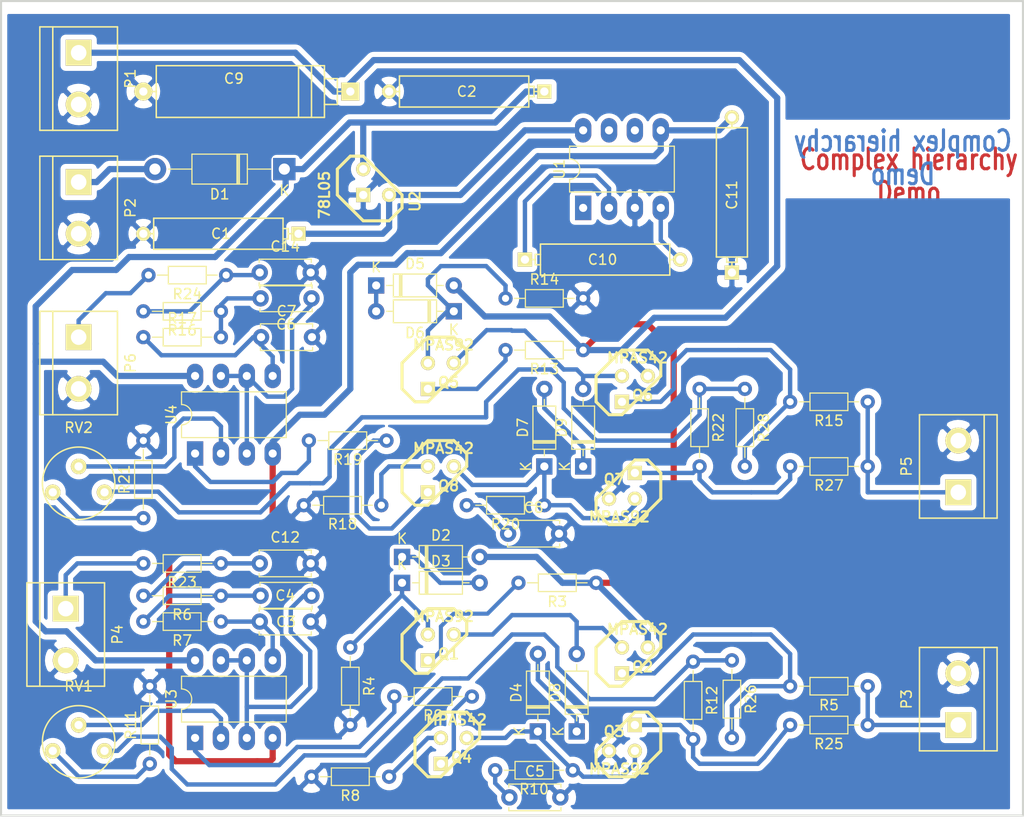
<source format=kicad_pcb>
(kicad_pcb (version 20171130) (host pcbnew "(2018-01-12 revision d8e38d6)-master")
  (title_block (title Actionneur_piezo) (company "Kicad devs") (comment 1 Demo))
  (layers (0 Composant power) (31 Cuivre signal) (34 B.Paste user) (35 F.Paste user) (36 B.SilkS user) (37 F.SilkS user) (38 B.Mask user) (39 F.Mask user) (44 Edge.Cuts user))
  (net 0 "")
  (net 1 -VAA)
  (net 2 /12Vext)
  (net 3 /ampli_ht_horizontal/PIEZO_IN)
  (net 4 /ampli_ht_horizontal/PIEZO_OUT)
  (net 5 /ampli_ht_horizontal/S_OUT+)
  (net 6 /ampli_ht_horizontal/Vpil_0_3,3V)
  (net 7 /ampli_ht_vertical/PIEZO_IN)
  (net 8 /ampli_ht_vertical/PIEZO_OUT)
  (net 9 /ampli_ht_vertical/S_OUT+)
  (net 10 /ampli_ht_vertical/Vpil_0_3,3V)
  (net 11 GND)
  (net 12 HT)
  (net 13 "Net-(C10-Pad1)")
  (net 14 "Net-(C10-Pad2)")
  (net 15 "Net-(C12-Pad1)")
  (net 16 "Net-(C14-Pad1)")
  (net 17 "Net-(C3-Pad2)")
  (net 18 "Net-(C4-Pad1)")
  (net 19 "Net-(C5-Pad1)")
  (net 20 "Net-(C6-Pad2)")
  (net 21 "Net-(C7-Pad1)")
  (net 22 "Net-(C8-Pad1)")
  (net 23 "Net-(D4-Pad1)")
  (net 24 "Net-(D4-Pad2)")
  (net 25 "Net-(D7-Pad1)")
  (net 26 "Net-(D7-Pad2)")
  (net 27 "Net-(Q1-PadE)")
  (net 28 "Net-(Q2-PadE)")
  (net 29 "Net-(Q3-PadE)")
  (net 30 "Net-(Q4-PadB)")
  (net 31 "Net-(Q4-PadE)")
  (net 32 "Net-(Q5-PadE)")
  (net 33 "Net-(Q6-PadE)")
  (net 34 "Net-(Q7-PadE)")
  (net 35 "Net-(Q8-PadB)")
  (net 36 "Net-(Q8-PadE)")
  (net 37 "Net-(R11-Pad1)")
  (net 38 "Net-(R19-Pad2)")
  (net 39 "Net-(R21-Pad1)")
  (net 40 "Net-(R9-Pad2)")
  (net 41 "Net-(RV1-Pad2)")
  (net 42 "Net-(RV2-Pad2)")
  (net 43 VCC)
  (net 44 "Net-(U1-Pad6)")
  (net 45 "Net-(U1-Pad7)")
  (net 46 "Net-(D2-Pad1)")
  (net 47 "Net-(D3-Pad1)")
  (net 48 "Net-(D5-Pad1)")
  (net 49 "Net-(D6-Pad1)")
  (net 50 "Net-(D8-Pad2)")
  (net 51 "Net-(D9-Pad2)")
  (net 52 +12C)
  (module Diode_THT:D_DO-35_SOD27_P7.62mm_Horizontal (layer Composant) (at 145.415 97.536 90)
    (fp_text reference D9 (at 3.81 -2.12 90) (layer F.SilkS))
    (fp_text value 1N4148)
    (fp_text user K (at 0 -1.8 90) (layer F.SilkS))
    (pad 2 thru_hole oval (at 7.62 0 90) (size 1.6 1.6) (drill 0.8) (layers *.Cu *.Mask) (net 51 "Net-(D9-Pad2)"))
    (pad 1 thru_hole rect (at 0 0 90) (size 1.6 1.6) (drill 0.8) (layers *.Cu *.Mask) (net 26 "Net-(D7-Pad2)"))
  )
  (module Diode_THT:D_DO-35_SOD27_P7.62mm_Horizontal (layer Composant) (at 140.97 123.571 90)
    (fp_text reference D4 (at 3.81 -2.12 90) (layer F.SilkS))
    (fp_text value 1N4148)
    (fp_text user K (at 0 -1.8 90) (layer F.SilkS))
    (pad 1 thru_hole rect (at 0 0 90) (size 1.6 1.6) (drill 0.8) (layers *.Cu *.Mask) (net 23 "Net-(D4-Pad1)"))
    (pad 2 thru_hole oval (at 7.62 0 90) (size 1.6 1.6) (drill 0.8) (layers *.Cu *.Mask) (net 24 "Net-(D4-Pad2)"))
  )
  (module Diode_THT:D_DO-35_SOD27_P7.62mm_Horizontal (layer Composant) (at 132.715 82.296 180)
    (fp_text reference D6 (at 3.81 -2.12 180) (layer F.SilkS))
    (fp_text value 1N4148)
    (fp_text user K (at 0 -1.8 180) (layer F.SilkS))
    (pad 2 thru_hole oval (at 7.62 0 180) (size 1.6 1.6) (drill 0.8) (layers *.Cu *.Mask) (net 48 "Net-(D5-Pad1)"))
    (pad 1 thru_hole rect (at 0 0 180) (size 1.6 1.6) (drill 0.8) (layers *.Cu *.Mask) (net 49 "Net-(D6-Pad1)"))
  )
  (module Diode_THT:D_DO-35_SOD27_P7.62mm_Horizontal (layer Composant) (at 141.605 97.536 90)
    (fp_text reference D7 (at 3.81 -2.12 90) (layer F.SilkS))
    (fp_text value 1N4148)
    (fp_text user K (at 0 -1.8 90) (layer F.SilkS))
    (pad 1 thru_hole rect (at 0 0 90) (size 1.6 1.6) (drill 0.8) (layers *.Cu *.Mask) (net 25 "Net-(D7-Pad1)"))
    (pad 2 thru_hole oval (at 7.62 0 90) (size 1.6 1.6) (drill 0.8) (layers *.Cu *.Mask) (net 26 "Net-(D7-Pad2)"))
  )
  (module Diode_THT:D_DO-35_SOD27_P7.62mm_Horizontal (layer Composant) (at 127.635 108.966)
    (fp_text reference D3 (at 3.81 -2.12) (layer F.SilkS))
    (fp_text value 1N4148)
    (fp_text user K (at 0 -1.8) (layer F.SilkS))
    (pad 2 thru_hole oval (at 7.62 0) (size 1.6 1.6) (drill 0.8) (layers *.Cu *.Mask) (net 46 "Net-(D2-Pad1)"))
    (pad 1 thru_hole rect (at 0 0) (size 1.6 1.6) (drill 0.8) (layers *.Cu *.Mask) (net 47 "Net-(D3-Pad1)"))
  )
  (module Diode_THT:D_DO-35_SOD27_P7.62mm_Horizontal (layer Composant) (at 127.635 106.426)
    (fp_text reference D2 (at 3.81 -2.12) (layer F.SilkS))
    (fp_text value 1N4148)
    (fp_text user K (at 0 -1.8) (layer F.SilkS))
    (pad 1 thru_hole rect (at 0 0) (size 1.6 1.6) (drill 0.8) (layers *.Cu *.Mask) (net 46 "Net-(D2-Pad1)"))
    (pad 2 thru_hole oval (at 7.62 0) (size 1.6 1.6) (drill 0.8) (layers *.Cu *.Mask) (net 12 HT))
  )
  (module Diode_THT:D_DO-35_SOD27_P7.62mm_Horizontal (layer Composant) (at 144.78 123.571 90)
    (fp_text reference D8 (at 3.81 -2.12 90) (layer F.SilkS))
    (fp_text value 1N4148)
    (fp_text user K (at 0 -1.8 90) (layer F.SilkS))
    (pad 2 thru_hole oval (at 7.62 0 90) (size 1.6 1.6) (drill 0.8) (layers *.Cu *.Mask) (net 50 "Net-(D8-Pad2)"))
    (pad 1 thru_hole rect (at 0 0 90) (size 1.6 1.6) (drill 0.8) (layers *.Cu *.Mask) (net 24 "Net-(D4-Pad2)"))
  )
  (module Diode_THT:D_DO-35_SOD27_P7.62mm_Horizontal (layer Composant) (at 125.095 79.756)
    (fp_text reference D5 (at 3.81 -2.12) (layer F.SilkS))
    (fp_text value 1N4148)
    (fp_text user K (at 0 -1.8) (layer F.SilkS))
    (pad 1 thru_hole rect (at 0 0) (size 1.6 1.6) (drill 0.8) (layers *.Cu *.Mask) (net 48 "Net-(D5-Pad1)"))
    (pad 2 thru_hole oval (at 7.62 0) (size 1.6 1.6) (drill 0.8) (layers *.Cu *.Mask) (net 12 HT))
  )
  (module Diode_THT:D_DO-41_SOD81_P12.70mm_Horizontal (layer Composant) (at 116.078 68.326 180)
    (fp_text reference D1 (at 6.35 -2.47 180) (layer F.SilkS))
    (fp_text value 1N4007)
    (fp_text user K (at 0 -2.1 180) (layer F.SilkS))
    (pad 1 thru_hole rect (at 0 0 180) (size 2.2 2.2) (drill 1.1) (layers *.Cu *.Mask) (net 52 +12C))
    (pad 2 thru_hole oval (at 12.7 0 180) (size 2.2 2.2) (drill 1.1) (layers *.Cu *.Mask) (net 2 /12Vext))
  )
  (module Capacitor_THT:C_Disc_D5.0mm_W2.5mm_P5.00mm (layer Composant) (at 118.745 110.236 180)
    (fp_text reference C3 (at 2.5 -2.56 180) (layer F.SilkS))
    (fp_text value 15nF)
    (pad 2 thru_hole circle (at 5 0 180) (size 1.6 1.6) (drill 0.8) (layers *.Cu *.Mask) (net 17 "Net-(C3-Pad2)"))
    (pad 1 thru_hole circle (at 0 0 180) (size 1.6 1.6) (drill 0.8) (layers *.Cu *.Mask) (net 10 /ampli_ht_vertical/Vpil_0_3,3V))
  )
  (module Capacitor_THT:C_Disc_D5.0mm_W2.5mm_P5.00mm (layer Composant) (at 113.665 112.776)
    (fp_text reference C4 (at 2.5 -2.56) (layer F.SilkS))
    (fp_text value 4.7nF)
    (pad 1 thru_hole circle (at 0 0) (size 1.6 1.6) (drill 0.8) (layers *.Cu *.Mask) (net 18 "Net-(C4-Pad1)"))
    (pad 2 thru_hole circle (at 5 0) (size 1.6 1.6) (drill 0.8) (layers *.Cu *.Mask) (net 11 GND))
  )
  (module Capacitor_THT:C_Disc_D5.0mm_W2.5mm_P5.00mm (layer Composant) (at 113.665 78.486)
    (fp_text reference C14 (at 2.5 -2.56) (layer F.SilkS))
    (fp_text value 150nF)
    (pad 2 thru_hole circle (at 5 0) (size 1.6 1.6) (drill 0.8) (layers *.Cu *.Mask) (net 11 GND))
    (pad 1 thru_hole circle (at 0 0) (size 1.6 1.6) (drill 0.8) (layers *.Cu *.Mask) (net 16 "Net-(C14-Pad1)"))
  )
  (module Capacitor_THT:C_Disc_D5.0mm_W2.5mm_P5.00mm (layer Composant) (at 113.665 107.061)
    (fp_text reference C12 (at 2.5 -2.56) (layer F.SilkS))
    (fp_text value 150nF)
    (pad 1 thru_hole circle (at 0 0) (size 1.6 1.6) (drill 0.8) (layers *.Cu *.Mask) (net 15 "Net-(C12-Pad1)"))
    (pad 2 thru_hole circle (at 5 0) (size 1.6 1.6) (drill 0.8) (layers *.Cu *.Mask) (net 11 GND))
  )
  (module Capacitor_THT:C_Disc_D5.0mm_W2.5mm_P5.00mm (layer Composant) (at 138.176 130.048)
    (fp_text reference C5 (at 2.5 -2.56) (layer F.SilkS))
    (fp_text value 820pF)
    (pad 2 thru_hole circle (at 5 0) (size 1.6 1.6) (drill 0.8) (layers *.Cu *.Mask) (net 11 GND))
    (pad 1 thru_hole circle (at 0 0) (size 1.6 1.6) (drill 0.8) (layers *.Cu *.Mask) (net 19 "Net-(C5-Pad1)"))
  )
  (module Capacitor_THT:C_Disc_D5.0mm_W2.5mm_P5.00mm (layer Composant) (at 118.745 81.026 180)
    (fp_text reference C6 (at 2.5 -2.56 180) (layer F.SilkS))
    (fp_text value 15nF)
    (pad 1 thru_hole circle (at 0 0 180) (size 1.6 1.6) (drill 0.8) (layers *.Cu *.Mask) (net 6 /ampli_ht_horizontal/Vpil_0_3,3V))
    (pad 2 thru_hole circle (at 5 0 180) (size 1.6 1.6) (drill 0.8) (layers *.Cu *.Mask) (net 20 "Net-(C6-Pad2)"))
  )
  (module Capacitor_THT:C_Disc_D5.0mm_W2.5mm_P5.00mm (layer Composant) (at 113.792 84.836)
    (fp_text reference C7 (at 2.5 -2.56) (layer F.SilkS))
    (fp_text value 4.7nF)
    (pad 2 thru_hole circle (at 5 0) (size 1.6 1.6) (drill 0.8) (layers *.Cu *.Mask) (net 11 GND))
    (pad 1 thru_hole circle (at 0 0) (size 1.6 1.6) (drill 0.8) (layers *.Cu *.Mask) (net 21 "Net-(C7-Pad1)"))
  )
  (module Capacitor_THT:C_Disc_D5.0mm_W2.5mm_P5.00mm (layer Composant) (at 138.049 104.14)
    (fp_text reference C8 (at 2.5 -2.56) (layer F.SilkS))
    (fp_text value 820pF)
    (pad 1 thru_hole circle (at 0 0) (size 1.6 1.6) (drill 0.8) (layers *.Cu *.Mask) (net 22 "Net-(C8-Pad1)"))
    (pad 2 thru_hole circle (at 5 0) (size 1.6 1.6) (drill 0.8) (layers *.Cu *.Mask) (net 11 GND))
  )
  (module Package_DIP:DIP-8_W7.62mm_LongPads (layer Composant) (at 107.315 124.206 90)
    (fp_text reference U3 (at 3.81 -2.33 90) (layer F.SilkS))
    (fp_text value LM358N)
    (pad 1 thru_hole rect (at 0 0 90) (size 2.4 1.6) (drill 0.8) (layers *.Cu *.Mask) (net 40 "Net-(R9-Pad2)"))
    (pad 5 thru_hole oval (at 7.62 7.62 90) (size 2.4 1.6) (drill 0.8) (layers *.Cu *.Mask) (net 18 "Net-(C4-Pad1)"))
    (pad 2 thru_hole oval (at 0 2.54 90) (size 2.4 1.6) (drill 0.8) (layers *.Cu *.Mask) (net 41 "Net-(RV1-Pad2)"))
    (pad 6 thru_hole oval (at 7.62 5.08 90) (size 2.4 1.6) (drill 0.8) (layers *.Cu *.Mask) (net 10 /ampli_ht_vertical/Vpil_0_3,3V))
    (pad 3 thru_hole oval (at 0 5.08 90) (size 2.4 1.6) (drill 0.8) (layers *.Cu *.Mask) (net 10 /ampli_ht_vertical/Vpil_0_3,3V))
    (pad 7 thru_hole oval (at 7.62 2.54 90) (size 2.4 1.6) (drill 0.8) (layers *.Cu *.Mask) (net 10 /ampli_ht_vertical/Vpil_0_3,3V))
    (pad 4 thru_hole oval (at 0 7.62 90) (size 2.4 1.6) (drill 0.8) (layers *.Cu *.Mask) (net 1 -VAA))
    (pad 8 thru_hole oval (at 7.62 0 90) (size 2.4 1.6) (drill 0.8) (layers *.Cu *.Mask) (net 52 +12C))
  )
  (module Package_DIP:DIP-8_W7.62mm_LongPads (layer Composant) (at 145.415 72.136 90)
    (fp_text reference U1 (at 3.81 -2.33 90) (layer F.SilkS))
    (fp_text value ICL7660)
    (pad 8 thru_hole oval (at 7.62 0 90) (size 2.4 1.6) (drill 0.8) (layers *.Cu *.Mask) (net 43 VCC))
    (pad 4 thru_hole oval (at 0 7.62 90) (size 2.4 1.6) (drill 0.8) (layers *.Cu *.Mask) (net 14 "Net-(C10-Pad2)"))
    (pad 7 thru_hole oval (at 7.62 2.54 90) (size 2.4 1.6) (drill 0.8) (layers *.Cu *.Mask) (net 45 "Net-(U1-Pad7)"))
    (pad 3 thru_hole oval (at 0 5.08 90) (size 2.4 1.6) (drill 0.8) (layers *.Cu *.Mask) (net 11 GND))
    (pad 6 thru_hole oval (at 7.62 5.08 90) (size 2.4 1.6) (drill 0.8) (layers *.Cu *.Mask) (net 44 "Net-(U1-Pad6)"))
    (pad 2 thru_hole oval (at 0 2.54 90) (size 2.4 1.6) (drill 0.8) (layers *.Cu *.Mask) (net 13 "Net-(C10-Pad1)"))
    (pad 5 thru_hole oval (at 7.62 7.62 90) (size 2.4 1.6) (drill 0.8) (layers *.Cu *.Mask) (net 1 -VAA))
    (pad 1 thru_hole rect (at 0 0 90) (size 2.4 1.6) (drill 0.8) (layers *.Cu *.Mask))
  )
  (module Package_DIP:DIP-8_W7.62mm_LongPads (layer Composant) (at 107.315 96.266 90)
    (fp_text reference U4 (at 3.81 -2.33 90) (layer F.SilkS))
    (fp_text value LM358N)
    (pad 1 thru_hole rect (at 0 0 90) (size 2.4 1.6) (drill 0.8) (layers *.Cu *.Mask) (net 38 "Net-(R19-Pad2)"))
    (pad 5 thru_hole oval (at 7.62 7.62 90) (size 2.4 1.6) (drill 0.8) (layers *.Cu *.Mask) (net 21 "Net-(C7-Pad1)"))
    (pad 2 thru_hole oval (at 0 2.54 90) (size 2.4 1.6) (drill 0.8) (layers *.Cu *.Mask) (net 42 "Net-(RV2-Pad2)"))
    (pad 6 thru_hole oval (at 7.62 5.08 90) (size 2.4 1.6) (drill 0.8) (layers *.Cu *.Mask) (net 6 /ampli_ht_horizontal/Vpil_0_3,3V))
    (pad 3 thru_hole oval (at 0 5.08 90) (size 2.4 1.6) (drill 0.8) (layers *.Cu *.Mask) (net 6 /ampli_ht_horizontal/Vpil_0_3,3V))
    (pad 7 thru_hole oval (at 7.62 2.54 90) (size 2.4 1.6) (drill 0.8) (layers *.Cu *.Mask) (net 6 /ampli_ht_horizontal/Vpil_0_3,3V))
    (pad 4 thru_hole oval (at 0 7.62 90) (size 2.4 1.6) (drill 0.8) (layers *.Cu *.Mask) (net 1 -VAA))
    (pad 8 thru_hole oval (at 7.62 0 90) (size 2.4 1.6) (drill 0.8) (layers *.Cu *.Mask) (net 52 +12C))
  )
  (module Resistor_THT:R_Axial_DIN0204_L3.6mm_D1.6mm_P7.62mm_Horizontal (layer Composant) (at 141.605 101.346 180)
    (fp_text reference R20 (at 3.81 -1.86 180) (layer F.SilkS))
    (fp_text value 5,6K)
    (pad 2 thru_hole oval (at 7.62 0 180) (size 1.4 1.4) (drill 0.7) (layers *.Cu *.Mask) (net 22 "Net-(C8-Pad1)"))
    (pad 1 thru_hole circle (at 0 0 180) (size 1.4 1.4) (drill 0.7) (layers *.Cu *.Mask) (net 25 "Net-(D7-Pad1)"))
  )
  (module Resistor_THT:R_Axial_DIN0204_L3.6mm_D1.6mm_P7.62mm_Horizontal (layer Composant) (at 156.845 89.916 270)
    (fp_text reference R22 (at 3.81 -1.86 270) (layer F.SilkS))
    (fp_text value 220K)
    (pad 1 thru_hole circle (at 0 0 270) (size 1.4 1.4) (drill 0.7) (layers *.Cu *.Mask) (net 5 /ampli_ht_horizontal/S_OUT+))
    (pad 2 thru_hole oval (at 7.62 0 270) (size 1.4 1.4) (drill 0.7) (layers *.Cu *.Mask) (net 34 "Net-(Q7-PadE)"))
  )
  (module Resistor_THT:R_Axial_DIN0204_L3.6mm_D1.6mm_P7.62mm_Horizontal (layer Composant) (at 109.855 107.061 180)
    (fp_text reference R23 (at 3.81 -1.86 180) (layer F.SilkS))
    (fp_text value 1K)
    (pad 2 thru_hole oval (at 7.62 0 180) (size 1.4 1.4) (drill 0.7) (layers *.Cu *.Mask) (net 7 /ampli_ht_vertical/PIEZO_IN))
    (pad 1 thru_hole circle (at 0 0 180) (size 1.4 1.4) (drill 0.7) (layers *.Cu *.Mask) (net 15 "Net-(C12-Pad1)"))
  )
  (module Resistor_THT:R_Axial_DIN0204_L3.6mm_D1.6mm_P7.62mm_Horizontal (layer Composant) (at 110.363 78.74 180)
    (fp_text reference R24 (at 3.81 -1.86 180) (layer F.SilkS))
    (fp_text value 1K)
    (pad 1 thru_hole circle (at 0 0 180) (size 1.4 1.4) (drill 0.7) (layers *.Cu *.Mask) (net 16 "Net-(C14-Pad1)"))
    (pad 2 thru_hole oval (at 7.62 0 180) (size 1.4 1.4) (drill 0.7) (layers *.Cu *.Mask) (net 3 /ampli_ht_horizontal/PIEZO_IN))
  )
  (module Resistor_THT:R_Axial_DIN0204_L3.6mm_D1.6mm_P7.62mm_Horizontal (layer Composant) (at 173.355 122.936 180)
    (fp_text reference R25 (at 3.81 -1.86 180) (layer F.SilkS))
    (fp_text value 47)
    (pad 2 thru_hole oval (at 7.62 0 180) (size 1.4 1.4) (drill 0.7) (layers *.Cu *.Mask) (net 29 "Net-(Q3-PadE)"))
    (pad 1 thru_hole circle (at 0 0 180) (size 1.4 1.4) (drill 0.7) (layers *.Cu *.Mask) (net 8 /ampli_ht_vertical/PIEZO_OUT))
  )
  (module Resistor_THT:R_Axial_DIN0204_L3.6mm_D1.6mm_P7.62mm_Horizontal (layer Composant) (at 160.02 116.586 270)
    (fp_text reference R26 (at 3.81 -1.86 270) (layer F.SilkS))
    (fp_text value 220K)
    (pad 1 thru_hole circle (at 0 0 270) (size 1.4 1.4) (drill 0.7) (layers *.Cu *.Mask) (net 9 /ampli_ht_vertical/S_OUT+))
    (pad 2 thru_hole oval (at 7.62 0 270) (size 1.4 1.4) (drill 0.7) (layers *.Cu *.Mask) (net 28 "Net-(Q2-PadE)"))
  )
  (module Resistor_THT:R_Axial_DIN0204_L3.6mm_D1.6mm_P7.62mm_Horizontal (layer Composant) (at 173.355 97.536 180)
    (fp_text reference R27 (at 3.81 -1.86 180) (layer F.SilkS))
    (fp_text value 47)
    (pad 2 thru_hole oval (at 7.62 0 180) (size 1.4 1.4) (drill 0.7) (layers *.Cu *.Mask) (net 34 "Net-(Q7-PadE)"))
    (pad 1 thru_hole circle (at 0 0 180) (size 1.4 1.4) (drill 0.7) (layers *.Cu *.Mask) (net 4 /ampli_ht_horizontal/PIEZO_OUT))
  )
  (module Resistor_THT:R_Axial_DIN0204_L3.6mm_D1.6mm_P7.62mm_Horizontal (layer Composant) (at 161.29 89.916 270)
    (fp_text reference R28 (at 3.81 -1.86 270) (layer F.SilkS))
    (fp_text value 220K)
    (pad 1 thru_hole circle (at 0 0 270) (size 1.4 1.4) (drill 0.7) (layers *.Cu *.Mask) (net 5 /ampli_ht_horizontal/S_OUT+))
    (pad 2 thru_hole oval (at 7.62 0 270) (size 1.4 1.4) (drill 0.7) (layers *.Cu *.Mask) (net 33 "Net-(Q6-PadE)"))
  )
  (module Resistor_THT:R_Axial_DIN0204_L3.6mm_D1.6mm_P7.62mm_Horizontal (layer Composant) (at 173.355 119.126 180)
    (fp_text reference R5 (at 3.81 -1.86 180) (layer F.SilkS))
    (fp_text value 47)
    (pad 2 thru_hole oval (at 7.62 0 180) (size 1.4 1.4) (drill 0.7) (layers *.Cu *.Mask) (net 28 "Net-(Q2-PadE)"))
    (pad 1 thru_hole circle (at 0 0 180) (size 1.4 1.4) (drill 0.7) (layers *.Cu *.Mask) (net 8 /ampli_ht_vertical/PIEZO_OUT))
  )
  (module Resistor_THT:R_Axial_DIN0204_L3.6mm_D1.6mm_P7.62mm_Horizontal (layer Composant) (at 122.555 115.316 270)
    (fp_text reference R4 (at 3.81 -1.86 270) (layer F.SilkS))
    (fp_text value 220K)
    (pad 1 thru_hole circle (at 0 0 270) (size 1.4 1.4) (drill 0.7) (layers *.Cu *.Mask) (net 47 "Net-(D3-Pad1)"))
    (pad 2 thru_hole oval (at 7.62 0 270) (size 1.4 1.4) (drill 0.7) (layers *.Cu *.Mask) (net 11 GND))
  )
  (module Resistor_THT:R_Axial_DIN0204_L3.6mm_D1.6mm_P7.62mm_Horizontal (layer Composant) (at 146.685 108.966 180)
    (fp_text reference R3 (at 3.81 -1.86 180) (layer F.SilkS))
    (fp_text value 470)
    (pad 2 thru_hole oval (at 7.62 0 180) (size 1.4 1.4) (drill 0.7) (layers *.Cu *.Mask) (net 27 "Net-(Q1-PadE)"))
    (pad 1 thru_hole circle (at 0 0 180) (size 1.4 1.4) (drill 0.7) (layers *.Cu *.Mask) (net 12 HT))
  )
  (module Resistor_THT:R_Axial_DIN0204_L3.6mm_D1.6mm_P7.62mm_Horizontal (layer Composant) (at 102.235 102.616 90)
    (fp_text reference R21 (at 3.81 -1.86 90) (layer F.SilkS))
    (fp_text value 4,7K)
    (pad 1 thru_hole circle (at 0 0 90) (size 1.4 1.4) (drill 0.7) (layers *.Cu *.Mask) (net 39 "Net-(R21-Pad1)"))
    (pad 2 thru_hole oval (at 7.62 0 90) (size 1.4 1.4) (drill 0.7) (layers *.Cu *.Mask) (net 11 GND))
  )
  (module Resistor_THT:R_Axial_DIN0204_L3.6mm_D1.6mm_P7.62mm_Horizontal (layer Composant) (at 102.235 84.836)
    (fp_text reference R17 (at 3.81 -1.86) (layer F.SilkS))
    (fp_text value 22K)
    (pad 2 thru_hole oval (at 7.62 0) (size 1.4 1.4) (drill 0.7) (layers *.Cu *.Mask) (net 20 "Net-(C6-Pad2)"))
    (pad 1 thru_hole circle (at 0 0) (size 1.4 1.4) (drill 0.7) (layers *.Cu *.Mask) (net 21 "Net-(C7-Pad1)"))
  )
  (module Resistor_THT:R_Axial_DIN0204_L3.6mm_D1.6mm_P7.62mm_Horizontal (layer Composant) (at 109.855 112.776 180)
    (fp_text reference R7 (at 3.81 -1.86 180) (layer F.SilkS))
    (fp_text value 22K)
    (pad 1 thru_hole circle (at 0 0 180) (size 1.4 1.4) (drill 0.7) (layers *.Cu *.Mask) (net 18 "Net-(C4-Pad1)"))
    (pad 2 thru_hole oval (at 7.62 0 180) (size 1.4 1.4) (drill 0.7) (layers *.Cu *.Mask) (net 17 "Net-(C3-Pad2)"))
  )
  (module Resistor_THT:R_Axial_DIN0204_L3.6mm_D1.6mm_P7.62mm_Horizontal (layer Composant) (at 126.365 128.016 180)
    (fp_text reference R8 (at 3.81 -1.86 180) (layer F.SilkS))
    (fp_text value 1K)
    (pad 2 thru_hole oval (at 7.62 0 180) (size 1.4 1.4) (drill 0.7) (layers *.Cu *.Mask) (net 11 GND))
    (pad 1 thru_hole circle (at 0 0 180) (size 1.4 1.4) (drill 0.7) (layers *.Cu *.Mask) (net 30 "Net-(Q4-PadB)"))
  )
  (module Resistor_THT:R_Axial_DIN0204_L3.6mm_D1.6mm_P7.62mm_Horizontal (layer Composant) (at 134.493 120.142 180)
    (fp_text reference R9 (at 3.81 -1.86 180) (layer F.SilkS))
    (fp_text value 1K)
    (pad 1 thru_hole circle (at 0 0 180) (size 1.4 1.4) (drill 0.7) (layers *.Cu *.Mask) (net 31 "Net-(Q4-PadE)"))
    (pad 2 thru_hole oval (at 7.62 0 180) (size 1.4 1.4) (drill 0.7) (layers *.Cu *.Mask) (net 40 "Net-(R9-Pad2)"))
  )
  (module Resistor_THT:R_Axial_DIN0204_L3.6mm_D1.6mm_P7.62mm_Horizontal (layer Composant) (at 144.399 127.381 180)
    (fp_text reference R10 (at 3.81 -1.86 180) (layer F.SilkS))
    (fp_text value 5,6K)
    (pad 2 thru_hole oval (at 7.62 0 180) (size 1.4 1.4) (drill 0.7) (layers *.Cu *.Mask) (net 19 "Net-(C5-Pad1)"))
    (pad 1 thru_hole circle (at 0 0 180) (size 1.4 1.4) (drill 0.7) (layers *.Cu *.Mask) (net 23 "Net-(D4-Pad1)"))
  )
  (module Resistor_THT:R_Axial_DIN0204_L3.6mm_D1.6mm_P7.62mm_Horizontal (layer Composant) (at 102.87 126.746 90)
    (fp_text reference R11 (at 3.81 -1.86 90) (layer F.SilkS))
    (fp_text value 4,7K)
    (pad 1 thru_hole circle (at 0 0 90) (size 1.4 1.4) (drill 0.7) (layers *.Cu *.Mask) (net 37 "Net-(R11-Pad1)"))
    (pad 2 thru_hole oval (at 7.62 0 90) (size 1.4 1.4) (drill 0.7) (layers *.Cu *.Mask) (net 11 GND))
  )
  (module Resistor_THT:R_Axial_DIN0204_L3.6mm_D1.6mm_P7.62mm_Horizontal (layer Composant) (at 156.21 116.713 270)
    (fp_text reference R12 (at 3.81 -1.86 270) (layer F.SilkS))
    (fp_text value 220K)
    (pad 2 thru_hole oval (at 7.62 0 270) (size 1.4 1.4) (drill 0.7) (layers *.Cu *.Mask) (net 29 "Net-(Q3-PadE)"))
    (pad 1 thru_hole circle (at 0 0 270) (size 1.4 1.4) (drill 0.7) (layers *.Cu *.Mask) (net 9 /ampli_ht_vertical/S_OUT+))
  )
  (module Resistor_THT:R_Axial_DIN0204_L3.6mm_D1.6mm_P7.62mm_Horizontal (layer Composant) (at 145.415 86.106 180)
    (fp_text reference R13 (at 3.81 -1.86 180) (layer F.SilkS))
    (fp_text value 470)
    (pad 1 thru_hole circle (at 0 0 180) (size 1.4 1.4) (drill 0.7) (layers *.Cu *.Mask) (net 12 HT))
    (pad 2 thru_hole oval (at 7.62 0 180) (size 1.4 1.4) (drill 0.7) (layers *.Cu *.Mask) (net 32 "Net-(Q5-PadE)"))
  )
  (module Resistor_THT:R_Axial_DIN0204_L3.6mm_D1.6mm_P7.62mm_Horizontal (layer Composant) (at 137.795 81.026)
    (fp_text reference R14 (at 3.81 -1.86) (layer F.SilkS))
    (fp_text value 220K)
    (pad 2 thru_hole oval (at 7.62 0) (size 1.4 1.4) (drill 0.7) (layers *.Cu *.Mask) (net 11 GND))
    (pad 1 thru_hole circle (at 0 0) (size 1.4 1.4) (drill 0.7) (layers *.Cu *.Mask) (net 49 "Net-(D6-Pad1)"))
  )
  (module Resistor_THT:R_Axial_DIN0204_L3.6mm_D1.6mm_P7.62mm_Horizontal (layer Composant) (at 173.355 91.186 180)
    (fp_text reference R15 (at 3.81 -1.86 180) (layer F.SilkS))
    (fp_text value 47)
    (pad 1 thru_hole circle (at 0 0 180) (size 1.4 1.4) (drill 0.7) (layers *.Cu *.Mask) (net 4 /ampli_ht_horizontal/PIEZO_OUT))
    (pad 2 thru_hole oval (at 7.62 0 180) (size 1.4 1.4) (drill 0.7) (layers *.Cu *.Mask) (net 33 "Net-(Q6-PadE)"))
  )
  (module Resistor_THT:R_Axial_DIN0204_L3.6mm_D1.6mm_P7.62mm_Horizontal (layer Composant) (at 109.855 82.296 180)
    (fp_text reference R16 (at 3.81 -1.86 180) (layer F.SilkS))
    (fp_text value 22K)
    (pad 2 thru_hole oval (at 7.62 0 180) (size 1.4 1.4) (drill 0.7) (layers *.Cu *.Mask) (net 16 "Net-(C14-Pad1)"))
    (pad 1 thru_hole circle (at 0 0 180) (size 1.4 1.4) (drill 0.7) (layers *.Cu *.Mask) (net 20 "Net-(C6-Pad2)"))
  )
  (module Resistor_THT:R_Axial_DIN0204_L3.6mm_D1.6mm_P7.62mm_Horizontal (layer Composant) (at 125.603 101.346 180)
    (fp_text reference R18 (at 3.81 -1.86 180) (layer F.SilkS))
    (fp_text value 1K)
    (pad 1 thru_hole circle (at 0 0 180) (size 1.4 1.4) (drill 0.7) (layers *.Cu *.Mask) (net 35 "Net-(Q8-PadB)"))
    (pad 2 thru_hole oval (at 7.62 0 180) (size 1.4 1.4) (drill 0.7) (layers *.Cu *.Mask) (net 11 GND))
  )
  (module Resistor_THT:R_Axial_DIN0204_L3.6mm_D1.6mm_P7.62mm_Horizontal (layer Composant) (at 109.855 110.236 180)
    (fp_text reference R6 (at 3.81 -1.86 180) (layer F.SilkS))
    (fp_text value 22K)
    (pad 2 thru_hole oval (at 7.62 0 180) (size 1.4 1.4) (drill 0.7) (layers *.Cu *.Mask) (net 15 "Net-(C12-Pad1)"))
    (pad 1 thru_hole circle (at 0 0 180) (size 1.4 1.4) (drill 0.7) (layers *.Cu *.Mask) (net 17 "Net-(C3-Pad2)"))
  )
  (module Resistor_THT:R_Axial_DIN0204_L3.6mm_D1.6mm_P7.62mm_Horizontal (layer Composant) (at 126.111 94.996 180)
    (fp_text reference R19 (at 3.81 -1.86 180) (layer F.SilkS))
    (fp_text value 1K)
    (pad 1 thru_hole circle (at 0 0 180) (size 1.4 1.4) (drill 0.7) (layers *.Cu *.Mask) (net 36 "Net-(Q8-PadE)"))
    (pad 2 thru_hole oval (at 7.62 0 180) (size 1.4 1.4) (drill 0.7) (layers *.Cu *.Mask) (net 38 "Net-(R19-Pad2)"))
  )
  (module Connect:bornier2 (layer Composant) (at 95.885 87.376 270)
    (fp_text reference P6 (at 0 -5.08 270) (layer F.SilkS))
    (fp_text value CONN_2)
    (pad 2 thru_hole circle (at 2.54 0 270) (size 2.54 2.54) (drill 1.524) (layers *.Cu *.Mask F.SilkS) (net 11 GND))
    (pad 1 thru_hole rect (at -2.54 0 270) (size 2.54 2.54) (drill 1.524) (layers *.Cu *.Mask F.SilkS) (net 3 /ampli_ht_horizontal/PIEZO_IN))
  )
  (module Connect:bornier2 (layer Composant) (at 182.245 97.536 90)
    (fp_text reference P5 (at 0 -5.08 90) (layer F.SilkS))
    (fp_text value CONN_2)
    (pad 2 thru_hole circle (at 2.54 0 90) (size 2.54 2.54) (drill 1.524) (layers *.Cu *.Mask F.SilkS) (net 11 GND))
    (pad 1 thru_hole rect (at -2.54 0 90) (size 2.54 2.54) (drill 1.524) (layers *.Cu *.Mask F.SilkS) (net 4 /ampli_ht_horizontal/PIEZO_OUT))
  )
  (module Connect:bornier2 (layer Composant) (at 94.615 114.046 270)
    (fp_text reference P4 (at 0 -5.08 270) (layer F.SilkS))
    (fp_text value CONN_2)
    (pad 2 thru_hole circle (at 2.54 0 270) (size 2.54 2.54) (drill 1.524) (layers *.Cu *.Mask F.SilkS) (net 11 GND))
    (pad 1 thru_hole rect (at -2.54 0 270) (size 2.54 2.54) (drill 1.524) (layers *.Cu *.Mask F.SilkS) (net 7 /ampli_ht_vertical/PIEZO_IN))
  )
  (module Connect:bornier2 (layer Composant) (at 182.245 120.396 90)
    (fp_text reference P3 (at 0 -5.08 90) (layer F.SilkS))
    (fp_text value CONN_2)
    (pad 2 thru_hole circle (at 2.54 0 90) (size 2.54 2.54) (drill 1.524) (layers *.Cu *.Mask F.SilkS) (net 11 GND))
    (pad 1 thru_hole rect (at -2.54 0 90) (size 2.54 2.54) (drill 1.524) (layers *.Cu *.Mask F.SilkS) (net 8 /ampli_ht_vertical/PIEZO_OUT))
  )
  (module Connect:bornier2 (layer Composant) (at 95.885 72.136 270)
    (fp_text reference P2 (at 0 -5.08 270) (layer F.SilkS))
    (fp_text value CONN_2)
    (pad 2 thru_hole circle (at 2.54 0 270) (size 2.54 2.54) (drill 1.524) (layers *.Cu *.Mask F.SilkS) (net 11 GND))
    (pad 1 thru_hole rect (at -2.54 0 270) (size 2.54 2.54) (drill 1.524) (layers *.Cu *.Mask F.SilkS) (net 2 /12Vext))
  )
  (module Connect:bornier2 (layer Composant) (at 95.885 59.436 270)
    (fp_text reference P1 (at 0 -5.08 270) (layer F.SilkS))
    (fp_text value CONN_2)
    (pad 2 thru_hole circle (at 2.54 0 270) (size 2.54 2.54) (drill 1.524) (layers *.Cu *.Mask F.SilkS) (net 11 GND))
    (pad 1 thru_hole rect (at -2.54 0 270) (size 2.54 2.54) (drill 1.524) (layers *.Cu *.Mask F.SilkS) (net 12 HT))
  )
  (module Discret:CP6 (layer Composant) (at 109.855 74.676 180)
    (fp_text reference C1 (at 0 0 180) (layer F.SilkS))
    (fp_text value 47uF)
    (pad 1 thru_hole rect (at -7.62 0 180) (size 1.397 1.397) (drill 0.8128) (layers *.Cu *.Mask F.SilkS) (net 43 VCC))
    (pad 2 thru_hole circle (at 7.62 0 180) (size 1.397 1.397) (drill 0.8128) (layers *.Cu *.Mask F.SilkS) (net 11 GND))
  )
  (module Discret:CP6 (layer Composant) (at 133.985 60.706 180)
    (fp_text reference C2 (at 0 0 180) (layer F.SilkS))
    (fp_text value 47uF/20V)
    (pad 1 thru_hole rect (at -7.62 0 180) (size 1.397 1.397) (drill 0.8128) (layers *.Cu *.Mask F.SilkS) (net 52 +12C))
    (pad 2 thru_hole circle (at 7.62 0 180) (size 1.397 1.397) (drill 0.8128) (layers *.Cu *.Mask F.SilkS) (net 11 GND))
  )
  (module Discret:CP8 (layer Composant) (at 112.395 60.706 180)
    (fp_text reference C9 (at 1.27 1.27 180) (layer F.SilkS))
    (fp_text value 47uF/63V)
    (pad 1 thru_hole rect (at -10.16 0 180) (size 1.778 1.778) (drill 0.8128) (layers *.Cu *.Mask F.SilkS) (net 12 HT))
    (pad 2 thru_hole circle (at 10.16 0 180) (size 1.778 1.778) (drill 0.8128) (layers *.Cu *.Mask F.SilkS) (net 11 GND))
  )
  (module Discret:CP6 (layer Composant) (at 147.32 77.216)
    (fp_text reference C10 (at 0 0) (layer F.SilkS))
    (fp_text value 10uF)
    (pad 1 thru_hole rect (at -7.62 0) (size 1.397 1.397) (drill 0.8128) (layers *.Cu *.Mask F.SilkS) (net 13 "Net-(C10-Pad1)"))
    (pad 2 thru_hole circle (at 7.62 0) (size 1.397 1.397) (drill 0.8128) (layers *.Cu *.Mask F.SilkS) (net 14 "Net-(C10-Pad2)"))
  )
  (module Discret:CP6 (layer Composant) (at 160.02 70.866 90)
    (fp_text reference C11 (at 0 0 90) (layer F.SilkS))
    (fp_text value 10uF)
    (pad 1 thru_hole rect (at -7.62 0 90) (size 1.397 1.397) (drill 0.8128) (layers *.Cu *.Mask F.SilkS) (net 11 GND))
    (pad 2 thru_hole circle (at 7.62 0 90) (size 1.397 1.397) (drill 0.8128) (layers *.Cu *.Mask F.SilkS) (net 1 -VAA))
  )
  (module Discret:TO92-CBE (layer Composant) (at 131.445 115.316)
    (fp_text reference Q1 (at 0.762 0.635) (layer F.SilkS) (effects (font (size 1.016 1.016) (thickness 0.2032))))
    (fp_text value MPAS92 (at 0.254 -3.048) (layer F.SilkS) (effects (font (size 1.016 1.016) (thickness 0.2032))))
    (pad E thru_hole rect (at -1.27 1.27) (size 1.397 1.397) (drill 0.8128) (layers *.Cu *.Mask F.SilkS) (net 27 "Net-(Q1-PadE)"))
    (pad B thru_hole circle (at -1.27 -1.27) (size 1.397 1.397) (drill 0.8128) (layers *.Cu *.Mask F.SilkS) (net 47 "Net-(D3-Pad1)"))
    (pad C thru_hole circle (at 1.27 -1.27) (size 1.397 1.397) (drill 0.8128) (layers *.Cu *.Mask F.SilkS) (net 50 "Net-(D8-Pad2)"))
  )
  (module Discret:TO92-CBE (layer Composant) (at 150.495 116.586)
    (fp_text reference Q2 (at 0.762 0.635) (layer F.SilkS) (effects (font (size 1.016 1.016) (thickness 0.2032))))
    (fp_text value MPAS42 (at 0.254 -3.048) (layer F.SilkS) (effects (font (size 1.016 1.016) (thickness 0.2032))))
    (pad E thru_hole rect (at -1.27 1.27) (size 1.397 1.397) (drill 0.8128) (layers *.Cu *.Mask F.SilkS) (net 28 "Net-(Q2-PadE)"))
    (pad B thru_hole circle (at -1.27 -1.27) (size 1.397 1.397) (drill 0.8128) (layers *.Cu *.Mask F.SilkS) (net 50 "Net-(D8-Pad2)"))
    (pad C thru_hole circle (at 1.27 -1.27) (size 1.397 1.397) (drill 0.8128) (layers *.Cu *.Mask F.SilkS) (net 12 HT))
  )
  (module Discret:TO92-CBE (layer Composant) (at 149.225 124.206 180)
    (fp_text reference Q3 (at 0.762 0.635 180) (layer F.SilkS) (effects (font (size 1.016 1.016) (thickness 0.2032))))
    (fp_text value MPAS92 (at 0.254 -3.048 180) (layer F.SilkS) (effects (font (size 1.016 1.016) (thickness 0.2032))))
    (pad E thru_hole rect (at -1.27 1.27 180) (size 1.397 1.397) (drill 0.8128) (layers *.Cu *.Mask F.SilkS) (net 29 "Net-(Q3-PadE)"))
    (pad B thru_hole circle (at -1.27 -1.27 180) (size 1.397 1.397) (drill 0.8128) (layers *.Cu *.Mask F.SilkS) (net 23 "Net-(D4-Pad1)"))
    (pad C thru_hole circle (at 1.27 -1.27 180) (size 1.397 1.397) (drill 0.8128) (layers *.Cu *.Mask F.SilkS) (net 11 GND))
  )
  (module Discret:TO92-CBE (layer Composant) (at 132.715 125.476)
    (fp_text reference Q4 (at 0.762 0.635) (layer F.SilkS) (effects (font (size 1.016 1.016) (thickness 0.2032))))
    (fp_text value MPAS42 (at 0.254 -3.048) (layer F.SilkS) (effects (font (size 1.016 1.016) (thickness 0.2032))))
    (pad E thru_hole rect (at -1.27 1.27) (size 1.397 1.397) (drill 0.8128) (layers *.Cu *.Mask F.SilkS) (net 31 "Net-(Q4-PadE)"))
    (pad B thru_hole circle (at -1.27 -1.27) (size 1.397 1.397) (drill 0.8128) (layers *.Cu *.Mask F.SilkS) (net 30 "Net-(Q4-PadB)"))
    (pad C thru_hole circle (at 1.27 -1.27) (size 1.397 1.397) (drill 0.8128) (layers *.Cu *.Mask F.SilkS) (net 23 "Net-(D4-Pad1)"))
  )
  (module Discret:TO92-CBE (layer Composant) (at 131.445 88.646)
    (fp_text reference Q5 (at 0.762 0.635) (layer F.SilkS) (effects (font (size 1.016 1.016) (thickness 0.2032))))
    (fp_text value MPAS92 (at 0.254 -3.048) (layer F.SilkS) (effects (font (size 1.016 1.016) (thickness 0.2032))))
    (pad E thru_hole rect (at -1.27 1.27) (size 1.397 1.397) (drill 0.8128) (layers *.Cu *.Mask F.SilkS) (net 32 "Net-(Q5-PadE)"))
    (pad B thru_hole circle (at -1.27 -1.27) (size 1.397 1.397) (drill 0.8128) (layers *.Cu *.Mask F.SilkS) (net 49 "Net-(D6-Pad1)"))
    (pad C thru_hole circle (at 1.27 -1.27) (size 1.397 1.397) (drill 0.8128) (layers *.Cu *.Mask F.SilkS) (net 51 "Net-(D9-Pad2)"))
  )
  (module Discret:TO92-CBE (layer Composant) (at 150.495 89.916)
    (fp_text reference Q6 (at 0.762 0.635) (layer F.SilkS) (effects (font (size 1.016 1.016) (thickness 0.2032))))
    (fp_text value MPAS42 (at 0.254 -3.048) (layer F.SilkS) (effects (font (size 1.016 1.016) (thickness 0.2032))))
    (pad E thru_hole rect (at -1.27 1.27) (size 1.397 1.397) (drill 0.8128) (layers *.Cu *.Mask F.SilkS) (net 33 "Net-(Q6-PadE)"))
    (pad B thru_hole circle (at -1.27 -1.27) (size 1.397 1.397) (drill 0.8128) (layers *.Cu *.Mask F.SilkS) (net 51 "Net-(D9-Pad2)"))
    (pad C thru_hole circle (at 1.27 -1.27) (size 1.397 1.397) (drill 0.8128) (layers *.Cu *.Mask F.SilkS) (net 12 HT))
  )
  (module Discret:TO92-CBE (layer Composant) (at 149.225 99.441 180)
    (fp_text reference Q7 (at 0.762 0.635 180) (layer F.SilkS) (effects (font (size 1.016 1.016) (thickness 0.2032))))
    (fp_text value MPAS92 (at 0.254 -3.048 180) (layer F.SilkS) (effects (font (size 1.016 1.016) (thickness 0.2032))))
    (pad E thru_hole rect (at -1.27 1.27 180) (size 1.397 1.397) (drill 0.8128) (layers *.Cu *.Mask F.SilkS) (net 34 "Net-(Q7-PadE)"))
    (pad B thru_hole circle (at -1.27 -1.27 180) (size 1.397 1.397) (drill 0.8128) (layers *.Cu *.Mask F.SilkS) (net 25 "Net-(D7-Pad1)"))
    (pad C thru_hole circle (at 1.27 -1.27 180) (size 1.397 1.397) (drill 0.8128) (layers *.Cu *.Mask F.SilkS) (net 11 GND))
  )
  (module Discret:TO92-CBE (layer Composant) (at 131.445 98.806)
    (fp_text reference Q8 (at 0.762 0.635) (layer F.SilkS) (effects (font (size 1.016 1.016) (thickness 0.2032))))
    (fp_text value MPAS42 (at 0.254 -3.048) (layer F.SilkS) (effects (font (size 1.016 1.016) (thickness 0.2032))))
    (pad E thru_hole rect (at -1.27 1.27) (size 1.397 1.397) (drill 0.8128) (layers *.Cu *.Mask F.SilkS) (net 36 "Net-(Q8-PadE)"))
    (pad B thru_hole circle (at -1.27 -1.27) (size 1.397 1.397) (drill 0.8128) (layers *.Cu *.Mask F.SilkS) (net 35 "Net-(Q8-PadB)"))
    (pad C thru_hole circle (at 1.27 -1.27) (size 1.397 1.397) (drill 0.8128) (layers *.Cu *.Mask F.SilkS) (net 25 "Net-(D7-Pad1)"))
  )
  (module Discret:RV2 (layer Composant) (at 95.885 124.206)
    (fp_text reference RV1 (at 0 -5.08) (layer F.SilkS))
    (fp_text value 4,7K)
    (pad 1 thru_hole circle (at -2.54 1.27) (size 1.524 1.524) (drill 0.8128) (layers *.Cu *.Mask F.SilkS) (net 37 "Net-(R11-Pad1)"))
    (pad 2 thru_hole circle (at 0 -1.27) (size 1.524 1.524) (drill 0.8128) (layers *.Cu *.Mask F.SilkS) (net 41 "Net-(RV1-Pad2)"))
    (pad 3 thru_hole circle (at 2.54 1.27) (size 1.524 1.524) (drill 0.8128) (layers *.Cu *.Mask F.SilkS) (net 9 /ampli_ht_vertical/S_OUT+))
  )
  (module Discret:RV2 (layer Composant) (at 95.885 98.806)
    (fp_text reference RV2 (at 0 -5.08) (layer F.SilkS))
    (fp_text value 4,7K)
    (pad 1 thru_hole circle (at -2.54 1.27) (size 1.524 1.524) (drill 0.8128) (layers *.Cu *.Mask F.SilkS) (net 39 "Net-(R21-Pad1)"))
    (pad 2 thru_hole circle (at 0 -1.27) (size 1.524 1.524) (drill 0.8128) (layers *.Cu *.Mask F.SilkS) (net 42 "Net-(RV2-Pad2)"))
    (pad 3 thru_hole circle (at 2.54 1.27) (size 1.524 1.524) (drill 0.8128) (layers *.Cu *.Mask F.SilkS) (net 5 /ampli_ht_horizontal/S_OUT+))
  )
  (module Discret:LM78LXX (layer Composant) (at 125.095 69.596 90)
    (fp_text reference U2 (at -1.905 3.81 90) (layer F.SilkS) (effects (font (size 1.016 1.016) (thickness 0.2032))))
    (fp_text value 78L05 (at -1.27 -5.08 90) (layer F.SilkS) (effects (font (size 1.016 1.016) (thickness 0.2032))))
    (pad VI thru_hole circle (at 1.27 -1.27 90) (size 1.397 1.397) (drill 0.8128) (layers *.Cu *.Mask F.SilkS) (net 52 +12C))
    (pad GND thru_hole rect (at -1.27 -1.27 90) (size 1.397 1.397) (drill 0.8128) (layers *.Cu *.Mask F.SilkS) (net 11 GND))
    (pad VO thru_hole circle (at -1.27 1.27 90) (size 1.397 1.397) (drill 0.8128) (layers *.Cu *.Mask F.SilkS) (net 43 VCC))
  )
  (gr_text "Complex hierarchy\nDemo" (at 177.4 69) (layer Composant) (effects (font (size 2.032 1.524) (thickness 0.3048))))
  (gr_text "Complex hierarchy\nDemo" (at 176.8 67.2) (layer Cuivre) (effects (font (size 2.032 1.524) (thickness 0.3048)) (justify mirror)))
  (gr_line (start 88.265 131.826) (end 88.265 51.816) (angle 90) (layer Edge.Cuts) (width 0.2032))
  (gr_line (start 188.595 131.826) (end 88.265 131.826) (angle 90) (layer Edge.Cuts) (width 0.2032))
  (gr_line (start 188.595 51.816) (end 188.595 131.826) (angle 90) (layer Edge.Cuts) (width 0.2032))
  (gr_line (start 88.265 51.816) (end 188.595 51.816) (angle 90) (layer Edge.Cuts) (width 0.2032))
  (segment (start 104.775 106.807) (end 104.775 109.601) (width 0.6096) (layer Composant) (net 1))
  (segment (start 107.061 104.521) (end 104.775 106.807) (width 0.6096) (layer Composant) (net 1))
  (segment (start 112.776 104.521) (end 107.061 104.521) (width 0.6096) (layer Composant) (net 1))
  (segment (start 114.935 102.362) (end 112.776 104.521) (width 0.6096) (layer Composant) (net 1))
  (segment (start 114.935 96.266) (end 114.935 102.108) (width 0.6096) (layer Composant) (net 1))
  (segment (start 104.775 109.601) (end 104.775 125.857) (width 0.6096) (layer Composant) (net 1))
  (segment (start 114.935 102.108) (end 114.935 102.362) (width 0.6096) (layer Composant) (net 1))
  (segment (start 113.411 126.492) (end 105.41 126.492) (width 0.6096) (layer Composant) (net 1))
  (segment (start 105.41 126.492) (end 104.775 125.857) (width 0.6096) (layer Composant) (net 1))
  (segment (start 114.681 126.492) (end 114.935 126.238) (width 0.6096) (layer Composant) (net 1))
  (segment (start 114.935 126.238) (end 114.935 124.206) (width 0.6096) (layer Composant) (net 1))
  (segment (start 113.411 126.492) (end 114.681 126.492) (width 0.6096) (layer Composant) (net 1))
  (segment (start 158.75 64.516) (end 160.02 63.246) (width 0.6096) (layer Cuivre) (net 1))
  (segment (start 153.035 64.516) (end 158.75 64.516) (width 0.6096) (layer Cuivre) (net 1))
  (segment (start 128.905 76.581) (end 131.445 76.581) (width 0.6096) (layer Cuivre) (net 1))
  (segment (start 131.445 76.581) (end 140.97 67.056) (width 0.6096) (layer Cuivre) (net 1))
  (segment (start 140.97 67.056) (end 152.4 67.056) (width 0.6096) (layer Cuivre) (net 1))
  (segment (start 152.4 67.056) (end 153.035 66.421) (width 0.6096) (layer Cuivre) (net 1))
  (segment (start 153.035 66.421) (end 153.035 64.516) (width 0.6096) (layer Cuivre) (net 1))
  (segment (start 122.555 89.916) (end 122.555 78.486) (width 0.6096) (layer Cuivre) (net 1))
  (segment (start 120.015 92.456) (end 122.555 89.916) (width 0.6096) (layer Cuivre) (net 1))
  (segment (start 117.602 92.456) (end 120.015 92.456) (width 0.6096) (layer Cuivre) (net 1))
  (segment (start 114.935 95.123) (end 117.602 92.456) (width 0.6096) (layer Cuivre) (net 1))
  (segment (start 114.935 96.266) (end 114.935 95.123) (width 0.6096) (layer Cuivre) (net 1))
  (segment (start 128.143 76.581) (end 127 77.724) (width 0.6096) (layer Cuivre) (net 1))
  (segment (start 127 77.724) (end 123.317 77.724) (width 0.6096) (layer Cuivre) (net 1))
  (segment (start 123.317 77.724) (end 122.555 78.486) (width 0.6096) (layer Cuivre) (net 1))
  (segment (start 128.905 76.581) (end 128.143 76.581) (width 0.6096) (layer Cuivre) (net 1))
  (segment (start 95.885 69.596) (end 97.65792 69.596) (width 0.6096) (layer Cuivre) (net 2))
  (segment (start 98.92792 68.326) (end 97.65792 69.596) (width 0.6096) (layer Cuivre) (net 2))
  (segment (start 103.505 68.326) (end 98.92792 68.326) (width 0.6096) (layer Cuivre) (net 2))
  (segment (start 95.885 84.836) (end 95.885 83.185) (width 0.4318) (layer Cuivre) (net 3))
  (segment (start 98.552 80.518) (end 100.965 80.518) (width 0.4318) (layer Cuivre) (net 3))
  (segment (start 95.885 83.185) (end 98.552 80.518) (width 0.4318) (layer Cuivre) (net 3))
  (segment (start 100.965 80.518) (end 102.743 78.74) (width 0.4318) (layer Cuivre) (net 3))
  (segment (start 173.355 97.536) (end 173.355 91.186) (width 0.4318) (layer Cuivre) (net 4))
  (segment (start 173.355 100.076) (end 182.245 100.076) (width 0.4318) (layer Cuivre) (net 4))
  (segment (start 173.355 97.536) (end 173.355 100.076) (width 0.4318) (layer Cuivre) (net 4))
  (segment (start 156.845 89.916) (end 156.845 92.456) (width 0.4318) (layer Cuivre) (net 5))
  (segment (start 135.89 91.186) (end 139.065 88.011) (width 0.4318) (layer Cuivre) (net 5))
  (segment (start 139.065 88.011) (end 142.24 88.011) (width 0.4318) (layer Cuivre) (net 5))
  (segment (start 142.24 88.011) (end 143.51 89.281) (width 0.4318) (layer Cuivre) (net 5))
  (segment (start 143.51 89.281) (end 143.51 91.821) (width 0.4318) (layer Cuivre) (net 5))
  (segment (start 143.51 91.821) (end 146.685 94.996) (width 0.4318) (layer Cuivre) (net 5))
  (segment (start 135.89 92.71) (end 135.89 91.186) (width 0.4318) (layer Cuivre) (net 5))
  (segment (start 98.425 100.076) (end 98.48596 100.01504) (width 0.4318) (layer Cuivre) (net 5))
  (segment (start 113.7285 102.0445) (end 116.078 99.695) (width 0.4318) (layer Cuivre) (net 5))
  (segment (start 116.586 99.187) (end 116.078 99.695) (width 0.4318) (layer Cuivre) (net 5))
  (segment (start 98.48596 100.01504) (end 103.69804 100.01504) (width 0.4318) (layer Cuivre) (net 5))
  (segment (start 105.7275 102.0445) (end 103.69804 100.01504) (width 0.4318) (layer Cuivre) (net 5))
  (segment (start 105.7275 102.0445) (end 113.7285 102.0445) (width 0.4318) (layer Cuivre) (net 5))
  (segment (start 118.618 99.187) (end 119.888 99.187) (width 0.4318) (layer Cuivre) (net 5))
  (segment (start 119.888 99.187) (end 120.523 98.552) (width 0.4318) (layer Cuivre) (net 5))
  (segment (start 123.698 92.71) (end 120.523 95.885) (width 0.4318) (layer Cuivre) (net 5))
  (segment (start 120.523 95.885) (end 120.523 98.552) (width 0.4318) (layer Cuivre) (net 5))
  (segment (start 135.89 92.71) (end 123.698 92.71) (width 0.4318) (layer Cuivre) (net 5))
  (segment (start 118.618 99.187) (end 116.586 99.187) (width 0.4318) (layer Cuivre) (net 5))
  (segment (start 156.845 89.916) (end 161.29 89.916) (width 0.4318) (layer Cuivre) (net 5))
  (segment (start 154.305 94.996) (end 146.685 94.996) (width 0.4318) (layer Cuivre) (net 5))
  (segment (start 156.845 92.456) (end 154.305 94.996) (width 0.4318) (layer Cuivre) (net 5))
  (segment (start 116.84 89.916) (end 116.078 90.678) (width 0.4318) (layer Cuivre) (net 6))
  (segment (start 116.84 83.566) (end 116.84 89.916) (width 0.4318) (layer Cuivre) (net 6))
  (segment (start 114.427 90.678) (end 112.395 88.646) (width 0.4318) (layer Cuivre) (net 6))
  (segment (start 112.395 88.646) (end 112.395 96.266) (width 0.4318) (layer Cuivre) (net 6))
  (segment (start 116.078 90.678) (end 114.427 90.678) (width 0.4318) (layer Cuivre) (net 6))
  (segment (start 118.745 81.661) (end 116.84 83.566) (width 0.4318) (layer Cuivre) (net 6))
  (segment (start 118.745 81.026) (end 118.745 81.661) (width 0.4318) (layer Cuivre) (net 6))
  (segment (start 109.855 88.646) (end 112.395 88.646) (width 0.4318) (layer Cuivre) (net 6))
  (segment (start 94.615 111.506) (end 94.615 108.204) (width 0.4318) (layer Cuivre) (net 7))
  (segment (start 94.615 108.204) (end 95.758 107.061) (width 0.4318) (layer Cuivre) (net 7))
  (segment (start 95.758 107.061) (end 102.235 107.061) (width 0.4318) (layer Cuivre) (net 7))
  (segment (start 173.355 122.936) (end 182.245 122.936) (width 0.4318) (layer Cuivre) (net 8))
  (segment (start 173.355 122.936) (end 173.355 119.126) (width 0.4318) (layer Cuivre) (net 8))
  (segment (start 99.695 125.476) (end 101.092 124.079) (width 0.4318) (layer Cuivre) (net 9))
  (segment (start 103.886 124.079) (end 105.029 125.222) (width 0.4318) (layer Cuivre) (net 9))
  (segment (start 101.092 124.079) (end 103.886 124.079) (width 0.4318) (layer Cuivre) (net 9))
  (segment (start 98.425 125.476) (end 99.695 125.476) (width 0.4318) (layer Cuivre) (net 9))
  (segment (start 160.02 116.586) (end 156.21 116.586) (width 0.4318) (layer Cuivre) (net 9))
  (segment (start 152.4 120.396) (end 156.21 116.586) (width 0.4318) (layer Cuivre) (net 9))
  (segment (start 152.4 120.396) (end 146.05 120.396) (width 0.4318) (layer Cuivre) (net 9))
  (segment (start 142.875 117.221) (end 146.05 120.396) (width 0.4318) (layer Cuivre) (net 9))
  (segment (start 105.029 125.222) (end 105.029 127.254) (width 0.4318) (layer Cuivre) (net 9))
  (segment (start 142.875 115.316) (end 142.875 117.221) (width 0.4318) (layer Cuivre) (net 9))
  (segment (start 106.553 128.778) (end 105.029 127.254) (width 0.4318) (layer Cuivre) (net 9))
  (segment (start 141.605 114.046) (end 142.875 115.316) (width 0.4318) (layer Cuivre) (net 9))
  (segment (start 117.221 126.746) (end 115.189 128.778) (width 0.4318) (layer Cuivre) (net 9))
  (segment (start 124.0155 125.9205) (end 131.572 118.364) (width 0.4318) (layer Cuivre) (net 9))
  (segment (start 131.572 118.364) (end 133.35 118.364) (width 0.4318) (layer Cuivre) (net 9))
  (segment (start 118.0465 125.9205) (end 117.221 126.746) (width 0.4318) (layer Cuivre) (net 9))
  (segment (start 115.189 128.778) (end 106.553 128.778) (width 0.4318) (layer Cuivre) (net 9))
  (segment (start 124.0155 125.9205) (end 118.0465 125.9205) (width 0.4318) (layer Cuivre) (net 9))
  (segment (start 134.112 118.364) (end 138.43 114.046) (width 0.4318) (layer Cuivre) (net 9))
  (segment (start 138.43 114.046) (end 141.605 114.046) (width 0.4318) (layer Cuivre) (net 9))
  (segment (start 133.35 118.364) (end 134.112 118.364) (width 0.4318) (layer Cuivre) (net 9))
  (segment (start 112.395 124.206) (end 112.395 121.158) (width 0.4318) (layer Cuivre) (net 10))
  (segment (start 118.745 110.236) (end 117.983 110.236) (width 0.4318) (layer Cuivre) (net 10))
  (segment (start 116.713 111.506) (end 116.713 112.522) (width 0.4318) (layer Cuivre) (net 10))
  (segment (start 112.395 116.586) (end 109.855 116.586) (width 0.4318) (layer Cuivre) (net 10))
  (segment (start 117.983 110.236) (end 116.713 111.506) (width 0.4318) (layer Cuivre) (net 10))
  (segment (start 112.395 121.158) (end 112.395 116.586) (width 0.4318) (layer Cuivre) (net 10))
  (segment (start 116.713 113.792) (end 118.618 115.697) (width 0.4318) (layer Cuivre) (net 10))
  (segment (start 118.618 115.697) (end 118.618 119.253) (width 0.4318) (layer Cuivre) (net 10))
  (segment (start 118.618 119.253) (end 116.713 121.158) (width 0.4318) (layer Cuivre) (net 10))
  (segment (start 116.713 121.158) (end 112.395 121.158) (width 0.4318) (layer Cuivre) (net 10))
  (segment (start 116.713 112.522) (end 116.713 113.792) (width 0.4318) (layer Cuivre) (net 10))
  (segment (start 160.02 72.771) (end 160.02 78.486) (width 0.6096) (layer Cuivre) (net 11))
  (segment (start 123.825 70.866) (end 125.73 68.961) (width 0.6096) (layer Cuivre) (net 11))
  (segment (start 123.698 70.866) (end 123.825 70.866) (width 0.6096) (layer Cuivre) (net 11))
  (segment (start 156.21 68.961) (end 160.02 72.771) (width 0.6096) (layer Cuivre) (net 11))
  (segment (start 151.765 68.961) (end 156.21 68.961) (width 0.6096) (layer Cuivre) (net 11))
  (segment (start 150.495 72.136) (end 150.495 70.231) (width 0.6096) (layer Cuivre) (net 11))
  (segment (start 150.495 70.231) (end 151.765 68.961) (width 0.6096) (layer Cuivre) (net 11))
  (segment (start 152.4 82.931) (end 149.225 86.106) (width 0.6096) (layer Cuivre) (net 12))
  (segment (start 154.305 106.426) (end 151.765 108.966) (width 0.6096) (layer Composant) (net 12))
  (segment (start 121.76506 60.706) (end 120.97258 60.706) (width 0.6096) (layer Cuivre) (net 12))
  (segment (start 154.305 86.106) (end 154.305 106.426) (width 0.6096) (layer Composant) (net 12))
  (segment (start 151.765 83.566) (end 154.305 86.106) (width 0.6096) (layer Composant) (net 12))
  (segment (start 147.955 83.566) (end 151.765 83.566) (width 0.6096) (layer Composant) (net 12))
  (segment (start 151.765 108.966) (end 146.685 108.966) (width 0.6096) (layer Composant) (net 12))
  (segment (start 142.11046 82.80146) (end 145.415 86.106) (width 0.6096) (layer Cuivre) (net 12))
  (segment (start 151.765 88.646) (end 149.225 86.106) (width 0.6096) (layer Cuivre) (net 12))
  (segment (start 164.465 61.341) (end 164.465 77.851) (width 0.6096) (layer Cuivre) (net 12))
  (segment (start 149.225 86.106) (end 145.415 86.106) (width 0.6096) (layer Cuivre) (net 12))
  (segment (start 159.385 82.931) (end 152.4 82.931) (width 0.6096) (layer Cuivre) (net 12))
  (segment (start 120.97258 60.706) (end 117.16258 56.896) (width 0.6096) (layer Cuivre) (net 12))
  (segment (start 117.16258 56.896) (end 95.885 56.896) (width 0.6096) (layer Cuivre) (net 12))
  (segment (start 151.765 114.04854) (end 150.93696 113.21542) (width 0.6096) (layer Cuivre) (net 12))
  (segment (start 151.765 115.316) (end 151.765 114.04854) (width 0.6096) (layer Cuivre) (net 12))
  (segment (start 146.685 108.966) (end 150.93696 113.21542) (width 0.6096) (layer Cuivre) (net 12))
  (segment (start 121.76506 60.706) (end 124.8537 57.61736) (width 0.6096) (layer Cuivre) (net 12))
  (segment (start 135.76046 82.80146) (end 142.11046 82.80146) (width 0.6096) (layer Cuivre) (net 12))
  (segment (start 160.74136 57.61736) (end 164.465 61.341) (width 0.6096) (layer Cuivre) (net 12))
  (segment (start 145.415 86.106) (end 147.955 83.566) (width 0.6096) (layer Composant) (net 12))
  (segment (start 143.383 108.966) (end 146.685 108.966) (width 0.6096) (layer Cuivre) (net 12))
  (segment (start 164.465 77.851) (end 159.385 82.931) (width 0.6096) (layer Cuivre) (net 12))
  (segment (start 124.8537 57.61736) (end 160.74136 57.61736) (width 0.6096) (layer Cuivre) (net 12))
  (segment (start 122.555 60.706) (end 121.76506 60.706) (width 0.6096) (layer Cuivre) (net 12))
  (segment (start 140.716 106.426) (end 140.843 106.426) (width 0.6096) (layer Cuivre) (net 12))
  (segment (start 140.843 106.426) (end 143.383 108.966) (width 0.6096) (layer Cuivre) (net 12))
  (segment (start 135.255 106.426) (end 140.716 106.426) (width 0.6096) (layer Cuivre) (net 12))
  (segment (start 132.715 79.756) (end 135.76046 82.80146) (width 0.6096) (layer Cuivre) (net 12))
  (segment (start 139.7 71.501) (end 142.24 68.961) (width 0.4318) (layer Cuivre) (net 13))
  (segment (start 139.7 77.216) (end 139.7 71.501) (width 0.4318) (layer Cuivre) (net 13))
  (segment (start 146.685 68.961) (end 147.955 70.231) (width 0.4318) (layer Cuivre) (net 13))
  (segment (start 142.24 68.961) (end 146.685 68.961) (width 0.4318) (layer Cuivre) (net 13))
  (segment (start 147.955 70.231) (end 147.955 72.136) (width 0.4318) (layer Cuivre) (net 13))
  (segment (start 153.035 75.311) (end 154.94 77.216) (width 0.4318) (layer Cuivre) (net 14))
  (segment (start 153.035 72.136) (end 153.035 75.311) (width 0.4318) (layer Cuivre) (net 14))
  (segment (start 102.997 110.236) (end 106.172 107.061) (width 0.4318) (layer Cuivre) (net 15))
  (segment (start 109.855 107.061) (end 113.665 107.061) (width 0.4318) (layer Cuivre) (net 15))
  (segment (start 102.235 110.236) (end 102.997 110.236) (width 0.4318) (layer Cuivre) (net 15))
  (segment (start 106.172 107.061) (end 109.855 107.061) (width 0.4318) (layer Cuivre) (net 15))
  (segment (start 106.807 82.296) (end 110.363 78.74) (width 0.4318) (layer Cuivre) (net 16))
  (segment (start 113.411 78.74) (end 113.665 78.486) (width 0.4318) (layer Cuivre) (net 16))
  (segment (start 110.363 78.74) (end 113.411 78.74) (width 0.4318) (layer Cuivre) (net 16))
  (segment (start 102.235 82.296) (end 106.807 82.296) (width 0.4318) (layer Cuivre) (net 16))
  (segment (start 102.235 112.776) (end 104.775 110.236) (width 0.4318) (layer Cuivre) (net 17))
  (segment (start 104.775 110.236) (end 109.855 110.236) (width 0.4318) (layer Cuivre) (net 17))
  (segment (start 113.665 110.236) (end 109.855 110.236) (width 0.4318) (layer Cuivre) (net 17))
  (segment (start 113.665 112.776) (end 114.935 114.046) (width 0.4318) (layer Cuivre) (net 18))
  (segment (start 114.935 114.046) (end 114.935 116.586) (width 0.4318) (layer Cuivre) (net 18))
  (segment (start 109.855 112.776) (end 113.665 112.776) (width 0.4318) (layer Cuivre) (net 18))
  (segment (start 136.779 128.651) (end 138.176 130.048) (width 0.4318) (layer Cuivre) (net 19))
  (segment (start 136.779 127.381) (end 136.779 128.651) (width 0.4318) (layer Cuivre) (net 19))
  (segment (start 109.855 81.661) (end 110.49 81.026) (width 0.4318) (layer Cuivre) (net 20))
  (segment (start 110.49 81.026) (end 113.665 81.026) (width 0.4318) (layer Cuivre) (net 20))
  (segment (start 109.855 84.836) (end 109.855 82.296) (width 0.4318) (layer Cuivre) (net 20))
  (segment (start 109.855 82.296) (end 109.855 81.661) (width 0.4318) (layer Cuivre) (net 20))
  (segment (start 104.013 86.614) (end 102.235 84.836) (width 0.4318) (layer Cuivre) (net 21))
  (segment (start 113.665 84.836) (end 113.03 84.836) (width 0.4318) (layer Cuivre) (net 21))
  (segment (start 111.252 86.614) (end 104.013 86.614) (width 0.4318) (layer Cuivre) (net 21))
  (segment (start 113.665 84.836) (end 113.665 85.471) (width 0.4318) (layer Cuivre) (net 21))
  (segment (start 113.03 84.836) (end 111.252 86.614) (width 0.4318) (layer Cuivre) (net 21))
  (segment (start 114.935 86.741) (end 114.935 88.646) (width 0.4318) (layer Cuivre) (net 21))
  (segment (start 113.665 85.471) (end 114.935 86.741) (width 0.4318) (layer Cuivre) (net 21))
  (segment (start 133.985 101.346) (end 135.255 101.346) (width 0.4318) (layer Cuivre) (net 22))
  (segment (start 135.255 101.346) (end 138.049 104.14) (width 0.4318) (layer Cuivre) (net 22))
  (segment (start 138.43 123.571) (end 140.97 123.571) (width 0.4318) (layer Cuivre) (net 23))
  (segment (start 140.97 123.952) (end 144.399 127.381) (width 0.4318) (layer Cuivre) (net 23))
  (segment (start 140.97 123.571) (end 140.97 123.952) (width 0.4318) (layer Cuivre) (net 23))
  (segment (start 137.795 124.206) (end 138.43 123.571) (width 0.4318) (layer Cuivre) (net 23))
  (segment (start 150.495 126.746) (end 150.495 125.476) (width 0.4318) (layer Cuivre) (net 23))
  (segment (start 149.225 128.016) (end 150.495 126.746) (width 0.4318) (layer Cuivre) (net 23))
  (segment (start 145.415 128.016) (end 149.225 128.016) (width 0.4318) (layer Cuivre) (net 23))
  (segment (start 144.78 127.381) (end 145.415 128.016) (width 0.4318) (layer Cuivre) (net 23))
  (segment (start 144.399 127.381) (end 144.78 127.381) (width 0.4318) (layer Cuivre) (net 23))
  (segment (start 133.985 124.206) (end 137.795 124.206) (width 0.4318) (layer Cuivre) (net 23))
  (segment (start 140.97 115.951) (end 140.97 118.491) (width 0.4318) (layer Cuivre) (net 24))
  (segment (start 140.97 118.491) (end 144.78 122.301) (width 0.4318) (layer Cuivre) (net 24))
  (segment (start 144.78 122.301) (end 144.78 123.571) (width 0.4318) (layer Cuivre) (net 24))
  (segment (start 141.605 97.536) (end 141.67358 97.536) (width 0.4318) (layer Cuivre) (net 25))
  (segment (start 141.67358 97.536) (end 139.85494 99.35464) (width 0.4318) (layer Cuivre) (net 25))
  (segment (start 141.605 97.536) (end 141.605 101.346) (width 0.4318) (layer Cuivre) (net 25))
  (segment (start 139.85494 99.35464) (end 134.53364 99.35464) (width 0.4318) (layer Cuivre) (net 25))
  (segment (start 150.495 101.346) (end 149.225 102.616) (width 0.4318) (layer Cuivre) (net 25))
  (segment (start 149.225 102.616) (end 145.415 102.616) (width 0.4318) (layer Cuivre) (net 25))
  (segment (start 145.415 102.616) (end 144.145 101.346) (width 0.4318) (layer Cuivre) (net 25))
  (segment (start 144.145 101.346) (end 141.605 101.346) (width 0.4318) (layer Cuivre) (net 25))
  (segment (start 150.495 100.711) (end 150.495 101.346) (width 0.4318) (layer Cuivre) (net 25))
  (segment (start 134.53364 99.35464) (end 132.715 97.536) (width 0.4318) (layer Cuivre) (net 25))
  (segment (start 141.605 89.916) (end 141.605 91.821) (width 0.4318) (layer Cuivre) (net 26))
  (segment (start 141.605 91.821) (end 145.415 95.631) (width 0.4318) (layer Cuivre) (net 26))
  (segment (start 145.415 95.631) (end 145.415 97.536) (width 0.4318) (layer Cuivre) (net 26))
  (segment (start 130.514 116.586) (end 131.44787 115.65213) (width 0.4) (layer Cuivre) (net 27))
  (segment (start 131.44787 115.65213) (end 131.44787 113.25213) (width 0.4) (layer Cuivre) (net 27))
  (segment (start 131.44787 113.25213) (end 132.7 112) (width 0.4) (layer Cuivre) (net 27))
  (segment (start 132.7 112) (end 136.031 112) (width 0.4) (layer Cuivre) (net 27))
  (segment (start 136.031 112) (end 139.065 108.966) (width 0.4) (layer Cuivre) (net 27))
  (segment (start 130.175 116.586) (end 130.514 116.586) (width 0.4) (layer Cuivre) (net 27))
  (segment (start 163.83 114.046) (end 161.925 114.046) (width 0.4318) (layer Cuivre) (net 28))
  (segment (start 165.735 115.951) (end 163.83 114.046) (width 0.4318) (layer Cuivre) (net 28))
  (segment (start 152.4 117.856) (end 149.225 117.856) (width 0.4318) (layer Cuivre) (net 28))
  (segment (start 156.21 114.046) (end 152.4 117.856) (width 0.4318) (layer Cuivre) (net 28))
  (segment (start 161.925 114.046) (end 156.21 114.046) (width 0.4318) (layer Cuivre) (net 28))
  (segment (start 165.735 119.126) (end 165.735 115.951) (width 0.4318) (layer Cuivre) (net 28))
  (segment (start 160.02 121.031) (end 161.925 119.126) (width 0.4318) (layer Cuivre) (net 28))
  (segment (start 161.925 119.126) (end 165.735 119.126) (width 0.4318) (layer Cuivre) (net 28))
  (segment (start 160.02 124.206) (end 160.02 121.031) (width 0.4318) (layer Cuivre) (net 28))
  (segment (start 154.94 122.936) (end 156.21 124.206) (width 0.4318) (layer Cuivre) (net 29))
  (segment (start 150.495 122.936) (end 154.94 122.936) (width 0.4318) (layer Cuivre) (net 29))
  (segment (start 156.21 126.111) (end 156.845 126.746) (width 0.4318) (layer Cuivre) (net 29))
  (segment (start 156.845 126.746) (end 162.56 126.746) (width 0.4318) (layer Cuivre) (net 29))
  (segment (start 162.56 126.746) (end 163.195 126.111) (width 0.4318) (layer Cuivre) (net 29))
  (segment (start 163.195 126.111) (end 165.735 122.936) (width 0.4318) (layer Cuivre) (net 29))
  (segment (start 156.21 124.206) (end 156.21 126.111) (width 0.4318) (layer Cuivre) (net 29))
  (segment (start 126.365 128.016) (end 130.175 124.206) (width 0.4318) (layer Cuivre) (net 30))
  (segment (start 130.175 124.206) (end 131.445 124.206) (width 0.4318) (layer Cuivre) (net 30))
  (segment (start 132.715 125.476) (end 131.445 126.746) (width 0.4318) (layer Cuivre) (net 31))
  (segment (start 134.493 120.142) (end 134.112 120.142) (width 0.4318) (layer Cuivre) (net 31))
  (segment (start 132.715 121.539) (end 132.715 125.476) (width 0.4318) (layer Cuivre) (net 31))
  (segment (start 134.112 120.142) (end 132.715 121.539) (width 0.4318) (layer Cuivre) (net 31))
  (segment (start 130.175 89.916) (end 135.001 89.916) (width 0.4318) (layer Cuivre) (net 32))
  (segment (start 135.001 89.916) (end 137.795 87.122) (width 0.4318) (layer Cuivre) (net 32))
  (segment (start 137.795 87.122) (end 137.795 86.106) (width 0.4318) (layer Cuivre) (net 32))
  (segment (start 163.83 86.106) (end 160.655 86.106) (width 0.4318) (layer Cuivre) (net 33))
  (segment (start 165.735 88.011) (end 163.83 86.106) (width 0.4318) (layer Cuivre) (net 33))
  (segment (start 154.305 89.916) (end 153.035 91.186) (width 0.4318) (layer Cuivre) (net 33))
  (segment (start 149.225 91.186) (end 153.035 91.186) (width 0.4318) (layer Cuivre) (net 33))
  (segment (start 155.575 86.106) (end 160.655 86.106) (width 0.4318) (layer Cuivre) (net 33))
  (segment (start 154.305 87.376) (end 155.575 86.106) (width 0.4318) (layer Cuivre) (net 33))
  (segment (start 154.305 89.916) (end 154.305 87.376) (width 0.4318) (layer Cuivre) (net 33))
  (segment (start 165.735 91.186) (end 165.735 88.011) (width 0.4318) (layer Cuivre) (net 33))
  (segment (start 161.29 95.631) (end 165.735 91.186) (width 0.4318) (layer Cuivre) (net 33))
  (segment (start 161.29 97.536) (end 161.29 95.631) (width 0.4318) (layer Cuivre) (net 33))
  (segment (start 156.845 97.536) (end 156.845 98.806) (width 0.4318) (layer Cuivre) (net 34))
  (segment (start 158.115 100.076) (end 161.925 100.076) (width 0.4318) (layer Cuivre) (net 34))
  (segment (start 156.845 98.806) (end 158.115 100.076) (width 0.4318) (layer Cuivre) (net 34))
  (segment (start 156.21 98.171) (end 156.845 97.536) (width 0.4318) (layer Cuivre) (net 34))
  (segment (start 150.495 98.171) (end 156.21 98.171) (width 0.4318) (layer Cuivre) (net 34))
  (segment (start 165.735 98.806) (end 164.465 100.076) (width 0.4318) (layer Cuivre) (net 34))
  (segment (start 164.465 100.076) (end 161.925 100.076) (width 0.4318) (layer Cuivre) (net 34))
  (segment (start 165.735 97.536) (end 165.735 98.806) (width 0.4318) (layer Cuivre) (net 34))
  (segment (start 130.175 97.536) (end 126.365 97.536) (width 0.4318) (layer Cuivre) (net 35))
  (segment (start 125.603 98.298) (end 125.603 101.346) (width 0.4318) (layer Cuivre) (net 35))
  (segment (start 126.365 97.536) (end 125.603 98.298) (width 0.4318) (layer Cuivre) (net 35))
  (segment (start 124.46 103.632) (end 126.619 103.632) (width 0.4318) (layer Cuivre) (net 36))
  (segment (start 126.111 94.996) (end 124.841 94.996) (width 0.4318) (layer Cuivre) (net 36))
  (segment (start 124.841 94.996) (end 123.19 96.647) (width 0.4318) (layer Cuivre) (net 36))
  (segment (start 123.19 102.362) (end 124.46 103.632) (width 0.4318) (layer Cuivre) (net 36))
  (segment (start 123.19 96.647) (end 123.19 102.362) (width 0.4318) (layer Cuivre) (net 36))
  (segment (start 126.619 103.632) (end 130.175 100.076) (width 0.4318) (layer Cuivre) (net 36))
  (segment (start 95.885 128.016) (end 101.6 128.016) (width 0.4318) (layer Cuivre) (net 37))
  (segment (start 93.345 125.476) (end 95.885 128.016) (width 0.4318) (layer Cuivre) (net 37))
  (segment (start 102.87 126.746) (end 101.6 128.016) (width 0.4318) (layer Cuivre) (net 37))
  (segment (start 115.824 98.171) (end 114.935 99.06) (width 0.4318) (layer Cuivre) (net 38))
  (segment (start 107.315 96.266) (end 107.315 97.536) (width 0.4318) (layer Cuivre) (net 38))
  (segment (start 114.935 99.06) (end 115.824 98.171) (width 0.4318) (layer Cuivre) (net 38))
  (segment (start 107.315 97.536) (end 108.839 99.06) (width 0.4318) (layer Cuivre) (net 38))
  (segment (start 117.348 98.171) (end 118.491 97.028) (width 0.4318) (layer Cuivre) (net 38))
  (segment (start 116.967 98.171) (end 117.348 98.171) (width 0.4318) (layer Cuivre) (net 38))
  (segment (start 116.967 98.171) (end 115.824 98.171) (width 0.4318) (layer Cuivre) (net 38))
  (segment (start 108.839 99.06) (end 114.046 99.06) (width 0.4318) (layer Cuivre) (net 38))
  (segment (start 114.046 99.06) (end 114.935 99.06) (width 0.4318) (layer Cuivre) (net 38))
  (segment (start 118.491 97.028) (end 118.491 94.996) (width 0.4318) (layer Cuivre) (net 38))
  (segment (start 93.345 100.076) (end 95.885 102.616) (width 0.4318) (layer Cuivre) (net 39))
  (segment (start 95.885 102.616) (end 102.235 102.616) (width 0.4318) (layer Cuivre) (net 39))
  (segment (start 116.5225 125.9205) (end 115.57 126.873) (width 0.4318) (layer Cuivre) (net 40))
  (segment (start 116.5225 125.9205) (end 117.348 125.095) (width 0.4318) (layer Cuivre) (net 40))
  (segment (start 108.712 126.873) (end 107.315 125.476) (width 0.4318) (layer Cuivre) (net 40))
  (segment (start 117.348 125.095) (end 123.444 125.095) (width 0.4318) (layer Cuivre) (net 40))
  (segment (start 115.57 126.873) (end 108.712 126.873) (width 0.4318) (layer Cuivre) (net 40))
  (segment (start 107.315 125.476) (end 107.315 124.206) (width 0.4318) (layer Cuivre) (net 40))
  (segment (start 123.444 125.095) (end 126.873 121.666) (width 0.4318) (layer Cuivre) (net 40))
  (segment (start 126.873 121.666) (end 126.873 120.142) (width 0.4318) (layer Cuivre) (net 40))
  (segment (start 103.505 121.539) (end 109.093 121.539) (width 0.4318) (layer Cuivre) (net 41))
  (segment (start 109.855 122.301) (end 109.855 124.206) (width 0.4318) (layer Cuivre) (net 41))
  (segment (start 95.885 122.936) (end 102.108 122.936) (width 0.4318) (layer Cuivre) (net 41))
  (segment (start 102.108 122.936) (end 103.505 121.539) (width 0.4318) (layer Cuivre) (net 41))
  (segment (start 109.093 121.539) (end 109.855 122.301) (width 0.4318) (layer Cuivre) (net 41))
  (segment (start 104.394 97.536) (end 105.283 96.647) (width 0.4318) (layer Cuivre) (net 42))
  (segment (start 109.093 92.837) (end 109.855 93.599) (width 0.4318) (layer Cuivre) (net 42))
  (segment (start 109.855 93.599) (end 109.855 96.266) (width 0.4318) (layer Cuivre) (net 42))
  (segment (start 95.885 97.536) (end 104.394 97.536) (width 0.4318) (layer Cuivre) (net 42))
  (segment (start 105.283 96.647) (end 105.283 93.726) (width 0.4318) (layer Cuivre) (net 42))
  (segment (start 106.172 92.837) (end 109.093 92.837) (width 0.4318) (layer Cuivre) (net 42))
  (segment (start 105.283 93.726) (end 106.172 92.837) (width 0.4318) (layer Cuivre) (net 42))
  (segment (start 126.365 70.866) (end 133.35 70.866) (width 0.6096) (layer Cuivre) (net 43))
  (segment (start 125.73 74.676) (end 126.365 74.041) (width 0.6096) (layer Cuivre) (net 43))
  (segment (start 126.365 74.041) (end 126.365 70.866) (width 0.6096) (layer Cuivre) (net 43))
  (segment (start 117.475 74.676) (end 125.73 74.676) (width 0.6096) (layer Cuivre) (net 43))
  (segment (start 133.35 70.866) (end 139.7 64.516) (width 0.6096) (layer Cuivre) (net 43))
  (segment (start 139.7 64.516) (end 145.415 64.516) (width 0.6096) (layer Cuivre) (net 43))
  (segment (start 116.205 70.03542) (end 109.27842 76.962) (width 0.6096) (layer Cuivre) (net 52))
  (segment (start 116.205 68.326) (end 116.205 70.03542) (width 0.6096) (layer Cuivre) (net 52))
  (segment (start 116.205 68.326) (end 117.91442 68.326) (width 0.6096) (layer Cuivre) (net 52))
  (segment (start 117.91442 68.326) (end 122.4915 63.74892) (width 0.6096) (layer Cuivre) (net 52))
  (segment (start 122.4915 63.74892) (end 123.825 63.74892) (width 0.6096) (layer Cuivre) (net 52))
  (segment (start 100.838 76.962) (end 109.27842 76.962) (width 0.6096) (layer Cuivre) (net 52))
  (segment (start 123.825 63.74892) (end 136.78916 63.74892) (width 0.6096) (layer Cuivre) (net 52))
  (segment (start 99.568 78.232) (end 100.838 76.962) (width 0.6096) (layer Cuivre) (net 52))
  (segment (start 136.78916 63.74892) (end 139.83208 60.706) (width 0.6096) (layer Cuivre) (net 52))
  (segment (start 95.25 78.232) (end 99.568 78.232) (width 0.6096) (layer Cuivre) (net 52))
  (segment (start 107.315 116.586) (end 97.54108 116.586) (width 0.6096) (layer Cuivre) (net 52))
  (segment (start 97.54108 116.586) (end 94.68866 113.73358) (width 0.6096) (layer Cuivre) (net 52))
  (segment (start 94.68866 113.73358) (end 92.64904 113.73358) (width 0.6096) (layer Cuivre) (net 52))
  (segment (start 92.64904 113.73358) (end 91.6686 112.75314) (width 0.6096) (layer Cuivre) (net 52))
  (segment (start 91.6686 87.249) (end 91.6686 85.4837) (width 0.6096) (layer Cuivre) (net 52))
  (segment (start 91.6686 112.75314) (end 91.6686 87.249) (width 0.6096) (layer Cuivre) (net 52))
  (segment (start 141.605 60.706) (end 139.83208 60.706) (width 0.6096) (layer Cuivre) (net 52))
  (segment (start 123.825 68.326) (end 123.825 63.74892) (width 0.6096) (layer Cuivre) (net 52))
  (segment (start 91.6686 81.8134) (end 95.25 78.232) (width 0.6096) (layer Cuivre) (net 52))
  (segment (start 91.6686 85.4837) (end 91.6686 81.8134) (width 0.6096) (layer Cuivre) (net 52))
  (segment (start 98.298 87.249) (end 99.695 88.646) (width 0.6096) (layer Cuivre) (net 52))
  (segment (start 99.695 88.646) (end 107.315 88.646) (width 0.6096) (layer Cuivre) (net 52))
  (segment (start 91.6686 87.249) (end 98.298 87.249) (width 0.6096) (layer Cuivre) (net 52))
  (segment (start 127.635 106.426) (end 128.83642 106.426) (width 0.4318) (layer Cuivre) (net 46))
  (segment (start 131.37642 108.966) (end 128.83642 106.426) (width 0.4318) (layer Cuivre) (net 46))
  (segment (start 135.255 108.966) (end 131.37642 108.966) (width 0.4318) (layer Cuivre) (net 46))
  (segment (start 127.635 108.966) (end 127.635 110.16742) (width 0.4318) (layer Cuivre) (net 47))
  (segment (start 127.635 110.16742) (end 130.175 112.70742) (width 0.4318) (layer Cuivre) (net 47))
  (segment (start 122.555 115.24742) (end 127.635 110.16742) (width 0.4318) (layer Cuivre) (net 47))
  (segment (start 130.175 112.70742) (end 130.175 114.046) (width 0.4318) (layer Cuivre) (net 47))
  (segment (start 122.555 115.316) (end 122.555 115.24742) (width 0.4318) (layer Cuivre) (net 47))
  (segment (start 125.095 79.756) (end 125.095 82.296) (width 0.4318) (layer Cuivre) (net 48))
  (segment (start 130.175 79.756) (end 132.715 82.296) (width 0.4318) (layer Cuivre) (net 49))
  (segment (start 130.175 79.121) (end 130.175 79.756) (width 0.4318) (layer Cuivre) (net 49))
  (segment (start 132.08 82.296) (end 130.175 84.201) (width 0.4318) (layer Cuivre) (net 49))
  (segment (start 132.715 82.296) (end 132.08 82.296) (width 0.4318) (layer Cuivre) (net 49))
  (segment (start 131.445 77.851) (end 130.175 79.121) (width 0.4318) (layer Cuivre) (net 49))
  (segment (start 135.89 77.851) (end 131.445 77.851) (width 0.4318) (layer Cuivre) (net 49))
  (segment (start 137.795 79.756) (end 135.89 77.851) (width 0.4318) (layer Cuivre) (net 49))
  (segment (start 130.175 84.201) (end 130.175 87.376) (width 0.4318) (layer Cuivre) (net 49))
  (segment (start 137.795 81.026) (end 137.795 79.756) (width 0.4318) (layer Cuivre) (net 49))
  (segment (start 144.78 113.411) (end 144.78 112.776) (width 0.4318) (layer Cuivre) (net 50))
  (segment (start 144.78 115.951) (end 144.78 113.411) (width 0.4318) (layer Cuivre) (net 50))
  (segment (start 147.32 113.411) (end 144.78 113.411) (width 0.4318) (layer Cuivre) (net 50))
  (segment (start 144.78 112.776) (end 144.145 112.141) (width 0.4318) (layer Cuivre) (net 50))
  (segment (start 144.145 112.141) (end 138.43 112.141) (width 0.4318) (layer Cuivre) (net 50))
  (segment (start 138.43 112.141) (end 136.525 114.046) (width 0.4318) (layer Cuivre) (net 50))
  (segment (start 136.525 114.046) (end 132.715 114.046) (width 0.4318) (layer Cuivre) (net 50))
  (segment (start 149.225 115.316) (end 147.32 113.411) (width 0.4318) (layer Cuivre) (net 50))
  (segment (start 145.415 89.916) (end 145.415 88.646) (width 0.4318) (layer Cuivre) (net 51))
  (segment (start 145.415 88.646) (end 144.78 88.011) (width 0.4318) (layer Cuivre) (net 51))
  (segment (start 144.78 88.011) (end 143.51 88.011) (width 0.4318) (layer Cuivre) (net 51))
  (segment (start 143.51 88.011) (end 139.7 84.201) (width 0.4318) (layer Cuivre) (net 51))
  (segment (start 145.415 88.646) (end 149.225 88.646) (width 0.4318) (layer Cuivre) (net 51))
  (segment (start 135.94334 84.14766) (end 132.715 87.376) (width 0.4318) (layer Cuivre) (net 51))
  (segment (start 138.37666 84.14766) (end 135.94334 84.14766) (width 0.4318) (layer Cuivre) (net 51))
  (segment (start 139.7 84.201) (end 138.43 84.201) (width 0.4318) (layer Cuivre) (net 51))
  (segment (start 138.43 84.201) (end 138.37666 84.14766) (width 0.4318) (layer Cuivre) (net 51))
  (zone (net 11) (net_name GND) (layer Cuivre) (connect_pads (clearance 0.508)) (min_thickness 0.254) (fill yes (arc_segments 32) (thermal_gap 0.762) (thermal_bridge_width 0.508))
    (polygon (pts (xy 187.325 131.572) (xy 187.325 53.086) (xy 88.392 53.086) (xy 88.392 131.572)))
  )
)
</source>
